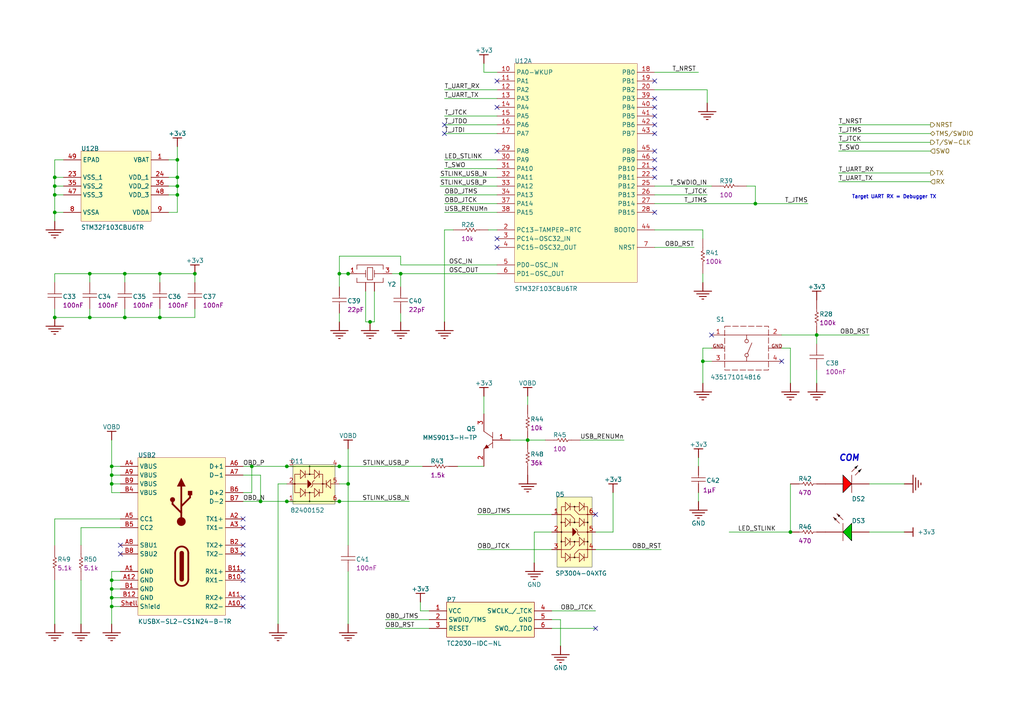
<source format=kicad_sch>
(kicad_sch (version 20250114) (generator "eeschema") (generator_version "9.0")
  (paper "User" 297.002 210.007)
  (title_block (title "On Board Debugger"))
  (text "COM" (at 243.205 133.985 0) (effects (font (size 1.778 1.778) (thickness 0.3556) (bold yes) (italic yes)) (justify left bottom)))
  (text "Target UART RX = Debugger TX" (at 247.015 57.785 0) (effects (font (size 1.016 1.016) (thickness 0.2032) (bold yes)) (justify left bottom)))
  (junction (at 32.385 137.795))
  (junction (at 15.875 61.595))
  (junction (at 219.075 59.055))
  (junction (at 229.235 154.305))
  (junction (at 83.185 135.255))
  (junction (at 56.515 79.375))
  (junction (at 51.435 51.435))
  (junction (at 83.185 145.415))
  (junction (at 98.425 79.375))
  (junction (at 36.195 79.375))
  (junction (at 153.035 127.635))
  (junction (at 26.035 79.375))
  (junction (at 51.435 53.975))
  (junction (at 26.035 92.075))
  (junction (at 32.385 170.815))
  (junction (at 32.385 140.335))
  (junction (at 203.835 104.775))
  (junction (at 15.875 53.975))
  (junction (at 116.205 79.375))
  (junction (at 46.355 79.375))
  (junction (at 51.435 46.355))
  (junction (at 98.425 135.255))
  (junction (at 100.965 79.375))
  (junction (at 46.355 92.075))
  (junction (at 107.315 93.345))
  (junction (at 15.875 56.515))
  (junction (at 51.435 56.515))
  (junction (at 15.875 51.435))
  (junction (at 32.385 135.255))
  (junction (at 32.385 168.275))
  (junction (at 15.875 92.075))
  (junction (at 75.565 145.415))
  (junction (at 100.965 140.335))
  (junction (at 32.385 173.355))
  (junction (at 73.025 135.255))
  (junction (at 36.195 92.075))
  (junction (at 32.385 175.895))
  (junction (at 98.425 145.415))
  (junction (at 236.855 97.155))
  (no_connect (at 189.865 23.495))
  (no_connect (at 70.485 165.735))
  (no_connect (at 172.72 149.225))
  (no_connect (at 226.695 104.775))
  (no_connect (at 189.865 51.435))
  (no_connect (at 189.865 38.735))
  (no_connect (at 34.925 158.115))
  (no_connect (at 206.375 97.155))
  (no_connect (at 144.145 23.495))
  (no_connect (at 144.145 31.115))
  (no_connect (at 70.485 153.035))
  (no_connect (at 144.145 71.755))
  (no_connect (at 70.485 173.355))
  (no_connect (at 189.865 48.895))
  (no_connect (at 70.485 158.115))
  (no_connect (at 70.485 168.275))
  (no_connect (at 189.865 46.355))
  (no_connect (at 70.485 150.495))
  (no_connect (at 34.925 160.655))
  (no_connect (at 189.865 61.595))
  (no_connect (at 189.865 36.195))
  (no_connect (at 144.145 43.815))
  (no_connect (at 70.485 175.895))
  (no_connect (at 172.72 182.245))
  (no_connect (at 189.865 43.815))
  (no_connect (at 128.905 36.195))
  (no_connect (at 70.485 160.655))
  (no_connect (at 144.145 69.215))
  (no_connect (at 128.905 38.735))
  (no_connect (at 189.865 31.115))
  (no_connect (at 189.865 28.575))
  (no_connect (at 189.865 33.655))
  (wire (pts (xy 116.205 93.345) (xy 116.205 90.805)))
  (wire (pts (xy 32.385 137.795) (xy 32.385 135.255)))
  (wire (pts (xy 154.94 154.305) (xy 160.02 154.305)))
  (wire (pts (xy 132.715 135.255) (xy 140.335 135.255)))
  (wire (pts (xy 162.56 187.325) (xy 162.56 179.705)))
  (wire (pts (xy 18.415 61.595) (xy 15.875 61.595)))
  (wire (pts (xy 26.035 89.535) (xy 26.035 92.075)))
  (wire (pts (xy 100.965 140.335) (xy 100.965 158.115)))
  (wire (pts (xy 32.385 175.895) (xy 32.385 173.355)))
  (wire (pts (xy 75.565 145.415) (xy 75.565 137.795)))
  (wire (pts (xy 243.205 41.275) (xy 269.875 41.275)))
  (wire (pts (xy 229.235 100.965) (xy 226.695 100.965)))
  (wire (pts (xy 15.875 56.515) (xy 15.875 61.595)))
  (wire (pts (xy 23.495 158.115) (xy 23.495 153.035)))
  (wire (pts (xy 121.92 177.165) (xy 121.92 174.625)))
  (wire (pts (xy 128.905 56.515) (xy 144.145 56.515)))
  (wire (pts (xy 73.025 142.875) (xy 73.025 135.255)))
  (wire (pts (xy 144.145 38.735) (xy 128.905 38.735)))
  (wire (pts (xy 144.145 33.655) (xy 128.905 33.655)))
  (wire (pts (xy 168.275 127.635) (xy 180.975 127.635)))
  (wire (pts (xy 98.425 145.415) (xy 118.745 145.415)))
  (wire (pts (xy 202.565 132.715) (xy 202.565 135.255)))
  (wire (pts (xy 32.385 168.275) (xy 32.385 165.735)))
  (wire (pts (xy 116.205 79.375) (xy 116.205 83.185)))
  (wire (pts (xy 100.965 130.175) (xy 100.965 140.335)))
  (wire (pts (xy 116.205 76.835) (xy 116.205 74.295)))
  (wire (pts (xy 226.695 97.155) (xy 236.855 97.155)))
  (wire (pts (xy 236.855 111.125) (xy 236.855 107.315)))
  (wire (pts (xy 243.205 43.815) (xy 269.875 43.815)))
  (wire (pts (xy 131.445 66.675) (xy 128.905 66.675)))
  (wire (pts (xy 73.025 135.255) (xy 83.185 135.255)))
  (wire (pts (xy 162.56 179.705) (xy 160.02 179.705)))
  (wire (pts (xy 206.375 53.975) (xy 189.865 53.975)))
  (wire (pts (xy 56.515 92.075) (xy 56.515 89.535)))
  (wire (pts (xy 15.875 53.975) (xy 15.875 56.515)))
  (wire (pts (xy 158.115 127.635) (xy 153.035 127.635)))
  (wire (pts (xy 23.495 168.275) (xy 23.495 180.975)))
  (wire (pts (xy 236.855 99.695) (xy 236.855 97.155)))
  (wire (pts (xy 26.035 79.375) (xy 36.195 79.375)))
  (wire (pts (xy 108.585 93.345) (xy 108.585 84.455)))
  (wire (pts (xy 34.925 173.355) (xy 32.385 173.355)))
  (wire (pts (xy 98.425 79.375) (xy 100.965 79.375)))
  (wire (pts (xy 26.035 92.075) (xy 15.875 92.075)))
  (wire (pts (xy 70.485 142.875) (xy 73.025 142.875)))
  (wire (pts (xy 15.875 150.495) (xy 34.925 150.495)))
  (wire (pts (xy 46.355 79.375) (xy 46.355 81.915)))
  (wire (pts (xy 128.905 28.575) (xy 144.145 28.575)))
  (wire (pts (xy 18.415 51.435) (xy 15.875 51.435)))
  (wire (pts (xy 153.035 127.635) (xy 147.955 127.635)))
  (wire (pts (xy 189.865 66.675) (xy 203.835 66.675)))
  (wire (pts (xy 75.565 137.795) (xy 70.485 137.795)))
  (wire (pts (xy 32.385 137.795) (xy 32.385 140.335)))
  (wire (pts (xy 32.385 173.355) (xy 32.385 170.815)))
  (wire (pts (xy 51.435 53.975) (xy 48.895 53.975)))
  (wire (pts (xy 51.435 56.515) (xy 51.435 61.595)))
  (wire (pts (xy 229.235 140.335) (xy 229.235 154.305)))
  (wire (pts (xy 172.72 182.245) (xy 160.02 182.245)))
  (wire (pts (xy 144.145 76.835) (xy 116.205 76.835)))
  (wire (pts (xy 140.335 20.955) (xy 144.145 20.955)))
  (wire (pts (xy 51.435 56.515) (xy 48.895 56.515)))
  (wire (pts (xy 202.565 145.415) (xy 202.565 142.875)))
  (wire (pts (xy 205.105 56.515) (xy 189.865 56.515)))
  (wire (pts (xy 219.075 59.055) (xy 219.075 53.975)))
  (wire (pts (xy 124.46 177.165) (xy 121.92 177.165)))
  (wire (pts (xy 56.515 81.915) (xy 56.515 79.375)))
  (wire (pts (xy 201.295 71.755) (xy 189.865 71.755)))
  (wire (pts (xy 98.425 135.255) (xy 122.555 135.255)))
  (wire (pts (xy 205.105 26.035) (xy 189.865 26.035)))
  (wire (pts (xy 73.025 135.255) (xy 70.485 135.255)))
  (wire (pts (xy 205.105 29.845) (xy 205.105 26.035)))
  (wire (pts (xy 15.875 168.275) (xy 15.875 180.975)))
  (wire (pts (xy 36.195 79.375) (xy 36.195 81.915)))
  (wire (pts (xy 219.075 53.975) (xy 216.535 53.975)))
  (wire (pts (xy 80.645 140.335) (xy 83.185 140.335)))
  (wire (pts (xy 98.425 74.295) (xy 98.425 79.375)))
  (wire (pts (xy 236.855 97.155) (xy 252.095 97.155)))
  (wire (pts (xy 127.635 53.975) (xy 144.145 53.975)))
  (wire (pts (xy 219.075 59.055) (xy 189.865 59.055)))
  (wire (pts (xy 269.875 50.165) (xy 243.205 50.165)))
  (wire (pts (xy 106.045 84.455) (xy 106.045 93.345)))
  (wire (pts (xy 138.43 159.385) (xy 160.02 159.385)))
  (wire (pts (xy 51.435 53.975) (xy 51.435 56.515)))
  (wire (pts (xy 51.435 46.355) (xy 51.435 42.545)))
  (wire (pts (xy 36.195 92.075) (xy 26.035 92.075)))
  (wire (pts (xy 46.355 92.075) (xy 56.515 92.075)))
  (wire (pts (xy 80.645 180.975) (xy 80.645 140.335)))
  (wire (pts (xy 140.335 114.935) (xy 140.335 120.015)))
  (wire (pts (xy 32.385 135.255) (xy 32.385 127.635)))
  (wire (pts (xy 46.355 92.075) (xy 36.195 92.075)))
  (wire (pts (xy 34.925 135.255) (xy 32.385 135.255)))
  (wire (pts (xy 102.235 79.375) (xy 100.965 79.375)))
  (wire (pts (xy 15.875 51.435) (xy 15.875 53.975)))
  (wire (pts (xy 32.385 165.735) (xy 34.925 165.735)))
  (wire (pts (xy 34.925 168.275) (xy 32.385 168.275)))
  (wire (pts (xy 111.76 182.245) (xy 124.46 182.245)))
  (wire (pts (xy 32.385 137.795) (xy 34.925 137.795)))
  (wire (pts (xy 15.875 46.355) (xy 18.415 46.355)))
  (wire (pts (xy 106.045 93.345) (xy 107.315 93.345)))
  (wire (pts (xy 203.835 81.915) (xy 203.835 79.375)))
  (wire (pts (xy 46.355 89.535) (xy 46.355 92.075)))
  (wire (pts (xy 15.875 92.075) (xy 15.875 89.535)))
  (wire (pts (xy 15.875 79.375) (xy 26.035 79.375)))
  (wire (pts (xy 100.965 180.975) (xy 100.965 165.735)))
  (wire (pts (xy 144.145 66.675) (xy 141.605 66.675)))
  (wire (pts (xy 26.035 79.375) (xy 26.035 81.915)))
  (wire (pts (xy 269.875 38.735) (xy 243.205 38.735)))
  (wire (pts (xy 172.72 177.165) (xy 160.02 177.165)))
  (wire (pts (xy 234.315 59.055) (xy 219.075 59.055)))
  (wire (pts (xy 202.565 20.955) (xy 189.865 20.955)))
  (wire (pts (xy 243.205 36.195) (xy 269.875 36.195)))
  (wire (pts (xy 203.835 104.775) (xy 206.375 104.775)))
  (wire (pts (xy 107.315 93.345) (xy 108.585 93.345)))
  (wire (pts (xy 116.205 79.375) (xy 113.665 79.375)))
  (wire (pts (xy 32.385 170.815) (xy 34.925 170.815)))
  (wire (pts (xy 75.565 145.415) (xy 83.185 145.415)))
  (wire (pts (xy 32.385 170.815) (xy 32.385 168.275)))
  (wire (pts (xy 32.385 180.975) (xy 32.385 175.895)))
  (wire (pts (xy 128.905 66.675) (xy 128.905 93.345)))
  (wire (pts (xy 128.905 59.055) (xy 144.145 59.055)))
  (wire (pts (xy 262.255 154.305) (xy 252.095 154.305)))
  (wire (pts (xy 229.235 111.125) (xy 229.235 100.965)))
  (wire (pts (xy 32.385 140.335) (xy 32.385 142.875)))
  (wire (pts (xy 23.495 153.035) (xy 34.925 153.035)))
  (wire (pts (xy 124.46 179.705) (xy 111.76 179.705)))
  (wire (pts (xy 144.145 36.195) (xy 128.905 36.195)))
  (wire (pts (xy 98.425 93.345) (xy 98.425 90.805)))
  (wire (pts (xy 128.905 46.355) (xy 144.145 46.355)))
  (wire (pts (xy 15.875 61.595) (xy 15.875 64.135)))
  (wire (pts (xy 34.925 140.335) (xy 32.385 140.335)))
  (wire (pts (xy 48.895 46.355) (xy 51.435 46.355)))
  (wire (pts (xy 51.435 61.595) (xy 48.895 61.595)))
  (wire (pts (xy 160.02 149.225) (xy 138.43 149.225)))
  (wire (pts (xy 51.435 51.435) (xy 48.895 51.435)))
  (wire (pts (xy 98.425 140.335) (xy 100.965 140.335)))
  (wire (pts (xy 98.425 79.375) (xy 98.425 83.185)))
  (wire (pts (xy 51.435 46.355) (xy 51.435 51.435)))
  (wire (pts (xy 83.185 145.415) (xy 98.425 145.415)))
  (wire (pts (xy 32.385 175.895) (xy 34.925 175.895)))
  (wire (pts (xy 15.875 81.915) (xy 15.875 79.375)))
  (wire (pts (xy 154.94 163.195) (xy 154.94 154.305)))
  (wire (pts (xy 262.255 140.335) (xy 252.095 140.335)))
  (wire (pts (xy 203.835 66.675) (xy 203.835 69.215)))
  (wire (pts (xy 203.835 104.775) (xy 203.835 100.965)))
  (wire (pts (xy 15.875 158.115) (xy 15.875 150.495)))
  (wire (pts (xy 144.145 48.895) (xy 128.905 48.895)))
  (wire (pts (xy 203.835 104.775) (xy 203.835 111.125)))
  (wire (pts (xy 18.415 53.975) (xy 15.875 53.975)))
  (wire (pts (xy 243.205 52.705) (xy 269.875 52.705)))
  (wire (pts (xy 127.635 51.435) (xy 144.145 51.435)))
  (wire (pts (xy 128.905 26.035) (xy 144.145 26.035)))
  (wire (pts (xy 51.435 51.435) (xy 51.435 53.975)))
  (wire (pts (xy 128.905 61.595) (xy 144.145 61.595)))
  (wire (pts (xy 191.77 159.385) (xy 172.72 159.385)))
  (wire (pts (xy 116.205 74.295) (xy 98.425 74.295)))
  (wire (pts (xy 153.035 114.935) (xy 153.035 117.475)))
  (wire (pts (xy 18.415 56.515) (xy 15.875 56.515)))
  (wire (pts (xy 203.835 100.965) (xy 206.375 100.965)))
  (wire (pts (xy 140.335 18.415) (xy 140.335 20.955)))
  (wire (pts (xy 32.385 142.875) (xy 34.925 142.875)))
  (wire (pts (xy 46.355 79.375) (xy 56.515 79.375)))
  (wire (pts (xy 98.425 135.255) (xy 83.185 135.255)))
  (wire (pts (xy 144.145 79.375) (xy 116.205 79.375)))
  (wire (pts (xy 70.485 145.415) (xy 75.565 145.415)))
  (wire (pts (xy 36.195 79.375) (xy 46.355 79.375)))
  (wire (pts (xy 36.195 89.535) (xy 36.195 92.075)))
  (wire (pts (xy 172.72 154.305) (xy 177.8 154.305)))
  (wire (pts (xy 229.235 154.305) (xy 211.455 154.305)))
  (wire (pts (xy 177.8 154.305) (xy 177.8 142.875)))
  (wire (pts (xy 15.875 51.435) (xy 15.875 46.355)))
  (label "USB_RENUMn" (at 168.275 127.635 0))
  (label "OBD_RST" (at 111.76 182.245 0))
  (label "T_JTDI" (at 128.905 38.735 0))
  (label "OBD_JTMS" (at 111.76 179.705 0))
  (label "OBD_JTCK" (at 128.905 59.055 0))
  (label "STLINK_USB_P" (at 127.635 53.975 0))
  (label "T_UART_TX" (at 243.205 52.705 0))
  (label "OBD_RST" (at 201.295 71.755 180))
  (label "OBD_JTMS" (at 128.905 56.515 0))
  (label "T_JTMS" (at 205.105 59.055 180))
  (label "T_NRST" (at 243.205 36.195 0))
  (label "T_SWO" (at 128.905 48.895 0))
  (label "T_JTCK" (at 243.205 41.275 0))
  (label "T_JTMS" (at 234.315 59.055 180))
  (label "T_JTDO" (at 128.905 36.195 0))
  (label "STLINK_USB_N" (at 127.635 51.435 0))
  (label "T_JTCK" (at 128.905 33.655 0))
  (label "OBD_JTMS" (at 138.43 149.225 0))
  (label "T_UART_TX" (at 128.905 28.575 0))
  (label "STLINK_USB_N" (at 118.745 145.415 180))
  (label "USB_RENUMn" (at 128.905 61.595 0))
  (label "OBD_N" (at 70.485 145.415 0))
  (label "OBD_RST" (at 191.77 159.385 180))
  (label "T_JTCK" (at 205.105 56.515 180))
  (label "T_UART_RX" (at 243.205 50.165 0))
  (label "OBD_RST" (at 252.095 97.155 180))
  (label "OSC_IN" (at 130.175 76.835 0))
  (label "STLINK_USB_P" (at 118.745 135.255 180))
  (label "LED_STLINK" (at 128.905 46.355 0))
  (label "T_UART_RX" (at 128.905 26.035 0))
  (label "OBD_P" (at 70.485 135.255 0))
  (label "OBD_JTCK" (at 138.43 159.385 0))
  (label "OSC_OUT" (at 130.175 79.375 0))
  (label "LED_STLINK" (at 213.995 154.305 0))
  (label "T_SWDIO_IN" (at 205.105 53.975 180))
  (label "T_JTMS" (at 243.205 38.735 0))
  (label "T_NRST" (at 194.945 20.955 0))
  (label "T_SWO" (at 243.205 43.815 0))
  (label "OBD_JTCK" (at 162.56 177.165 0))
  (hierarchical_label "T/SW-CLK" (shape output) (at 269.875 41.275 0))
  (hierarchical_label "TX" (shape output) (at 269.875 50.165 0))
  (hierarchical_label "RX" (shape input) (at 269.875 52.705 0))
  (hierarchical_label "NRST" (shape output) (at 269.875 36.195 0))
  (hierarchical_label "SWO" (shape input) (at 269.875 43.815 0))
  (hierarchical_label "TMS/SWDIO" (shape bidirectional) (at 269.875 38.735 0))
  (symbol (lib_id "ARDEP2_Mainboard:+3v3_BAR") (at 51.435 42.545 180) (unit 1)
    (property "Reference" "#PWR0116" (effects (hide yes)))
    (property "Value" "+3v3" (at 51.435 38.735 0))
  )
  (symbol (lib_id "ARDEP2_Mainboard:DEBUG_0_mirrored_ONSC-NPN-B1E2C3-3_Frickly Systems GmbH") (at 142.875 125.095 0) (unit 1)
    (property "Reference" "Q5" (at 135.255 125.095 0) (effects (justify left bottom)))
    (property "Value" "MMS9013-H-TP" (at 122.555 127.635 0) (effects (justify left bottom)))
    (property "Footprint" "SOT23-3_JB" (effects (hide yes)))
    (property "Description" "Small Signal Bipolar Transistor, 0.5A I(C), 25V V(BR)CEO, 1-Element, NPN, Silicon" (effects (hide yes)))
    (property "PINS" "3" (effects (hide yes)))
    (property "MAX OPERATING TEMPERATURE" "150°C" (effects (hide yes)))
    (property "MIN OPERATING TEMPERATURE" "-55°C" (effects (hide yes)))
    (property "CASE/PACKAGE" "SOT-23" (effects (hide yes)))
    (property "MOUNTING TECHNOLOGY" "SMD" (effects (hide yes)))
    (property "ROHS COMPLIANT" "True" (effects (hide yes)))
    (property "SCHEDULE B" "8541210080, 8541210080" (effects (hide yes)))
    (property "LIFECYCLE STATUS" "Production" (effects (hide yes)))
    (property "COLLECTOR EMITTER VOLTAGE (VCEO)" "25V" (effects (hide yes)))
    (property "NUMBER OF ELEMENTS" "1" (effects (hide yes)))
    (property "NUMBER OF TERMINALS" "3" (effects (hide yes)))
    (property "ROHS" "Compliant" (effects (hide yes)))
    (property "HFE MIN" "200" (effects (hide yes)))
    (property "TRANSITION FREQUENCY" "150MHz" (effects (hide yes)))
    (property "MAX POWER DISSIPATION" "300mW" (effects (hide yes)))
    (property "CHINA ROHS" "Compliant" (effects (hide yes)))
    (property "REACH SVHC" "Yes" (effects (hide yes)))
    (property "MAX COLLECTOR CURRENT" "500mA" (effects (hide yes)))
  )
  (symbol (lib_id "ARDEP2_Mainboard:GND_POWER_GROUND") (at 262.255 140.335 90) (unit 1)
    (property "Reference" "#PWR0141" (effects (hide yes)))
    (property "Value" "GND" (effects (hide yes)))
  )
  (symbol (lib_id "ARDEP2_Mainboard:GND_POWER_GROUND") (at 32.385 180.975 0) (unit 1)
    (property "Reference" "#PWR0115" (effects (hide yes)))
    (property "Value" "GND" (effects (hide yes)))
  )
  (symbol (lib_name "DEBUG_1_Capacitor_Frickly Systems GmbH_1") (lib_id "ARDEP2_Mainboard:DEBUG_1_Capacitor_Frickly Systems GmbH_1") (at 202.565 142.875 0) (unit 1)
    (property "Reference" "C42" (at 204.851 140.081 0) (effects (justify left bottom)))
    (property "Value" "C-1uF-10%-50V-0603-X5R" (effects (hide yes)))
    (property "Footprint" "C_0603_JB" (effects (hide yes)))
    (property "Description" "Ceramic Capacitor, Multilayer, Ceramic, 50V, 10% +Tol, 10% -Tol, X5R, 15% TC, 1uF, Surface Mount, 0603" (effects (hide yes)))
    (property "CASE/PACKAGE" "0603" (effects (hide yes)))
    (property "MAX OPERATING TEMPERATURE" "85°C" (effects (hide yes)))
    (property "TOLERANCE" "10%" (effects (hide yes)))
    (property "MIN OPERATING TEMPERATURE" "-55°C" (effects (hide yes)))
    (property "TO BE CHECKED" "Yes, Part choices" (effects (hide yes)))
    (property "MOUNT" "Surface Mount" (effects (hide yes)))
    (property "CAPACITANCE" "1µF" (at 203.835 142.875 0) (effects (justify left bottom)))
    (property "TEMPERATURE CHARACTERISTICS CODE" "X5R" (effects (hide yes)))
    (property "RATED DC VOLTAGE (URDC)" "50V" (effects (hide yes)))
    (property "DIELECTRIC MATERIAL" "Ceramic" (effects (hide yes)))
  )
  (symbol (lib_id "ARDEP2_Mainboard:GND_POWER_GROUND") (at 128.905 93.345 0) (unit 1)
    (property "Reference" "#PWR0124" (effects (hide yes)))
    (property "Value" "GND" (effects (hide yes)))
  )
  (symbol (lib_name "DEBUG_1_Resistor_Frickly Systems GmbH_2") (lib_id "ARDEP2_Mainboard:DEBUG_1_Resistor_Frickly Systems GmbH_2") (at 153.035 135.255 0) (unit 1)
    (property "Reference" "R48" (at 153.797 132.461 0) (effects (justify left bottom)))
    (property "Value" "Resistor 36k +/-1% 0603 100mW" (effects (hide yes)))
    (property "Footprint" "R_0603_JB" (effects (hide yes)))
    (property "Description" "Chip Resistor, 36 KOhm, +/-1%, 0.1 W, -55 to 155 degC, 0603 (1608 Metric)" (effects (hide yes)))
    (property "ROHS COMPLIANT" "Yes" (effects (hide yes)))
    (property "VOLTAGE RATING" "75V" (effects (hide yes)))
    (property "CASE/PACKAGE" "0603" (effects (hide yes)))
    (property "MAX OPERATING TEMPERATURE" "155°C" (effects (hide yes)))
    (property "MIN OPERATING TEMPERATURE" "-55°C" (effects (hide yes)))
    (property "ALTIUM_VALUE" "36k" (at 153.797 135.001 0) (effects (justify left bottom)))
    (property "POWER" "100mW" (effects (hide yes)))
    (property "PINS" "2" (effects (hide yes)))
    (property "TOLERANCE" "1%" (effects (hide yes)))
    (property "MOUNTING TECHNOLOGY" "Surface Mount" (effects (hide yes)))
  )
  (symbol (lib_id "ARDEP2_Mainboard:GND_POWER_GROUND") (at 116.205 93.345 0) (unit 1)
    (property "Reference" "#PWR0123" (effects (hide yes)))
    (property "Value" "GND" (effects (hide yes)))
  )
  (symbol (lib_id "ARDEP2_Mainboard:GND_POWER_GROUND") (at 153.035 137.795 0) (unit 1)
    (property "Reference" "#PWR0129" (effects (hide yes)))
    (property "Value" "GND" (effects (hide yes)))
  )
  (symbol (lib_id "ARDEP2_Mainboard:GND_POWER_GROUND") (at 100.965 180.975 0) (unit 1)
    (property "Reference" "#PWR0121" (effects (hide yes)))
    (property "Value" "GND" (effects (hide yes)))
  )
  (symbol (lib_id "ARDEP2_Mainboard:DEBUG_0_4CH-ESD-Clamp_Frickly Systems GmbH") (at 167.64 154.305 0) (unit 1)
    (property "Reference" "D5" (at 161.036 144.145 0) (effects (justify left bottom)))
    (property "Value" "SP3004-04XTG" (at 161.036 167.005 0) (effects (justify left bottom)))
    (property "Footprint" "SOT-563" (effects (hide yes)))
    (property "Description" "Trans Voltage Suppressor Diode, 6V V(RWM), Unidirectional, 1 Element, Silicon, MO-223" (effects (hide yes)))
    (property "SURFACE MOUNT" "Yes" (effects (hide yes)))
    (property "PEAK INVERSE VOLTAGE" "6V" (effects (hide yes)))
    (property "TERMINAL FORM" "Flat" (effects (hide yes)))
    (property "MOUNTING TECHNOLOGY" "SMD" (effects (hide yes)))
    (property "PACKAGE BODY MATERIAL" "Plastic" (effects (hide yes)))
    (property "PINS" "6" (effects (hide yes)))
    (property "PACKAGE SHAPE" "Rectangular" (effects (hide yes)))
    (property "TERMINAL POSITION" "DUAL" (effects (hide yes)))
    (property "ROHS COMPLIANT" "Yes" (effects (hide yes)))
    (property "REP PK REVERSE VOLTAGE-MAX" "6V" (effects (hide yes)))
    (property "PACKAGE STYLE" "SMALL OUTLINEMeter" (effects (hide yes)))
    (property "QUALIFICATION STATUS" "Not Qualified" (effects (hide yes)))
    (property "DIODE TYPE" "TRANS VOLTAGE SUPPRESSOR" (effects (hide yes)))
    (property "JESD-30 CODE" "R-PDSO-F6" (effects (hide yes)))
    (property "MAX SURGE CURRENT" "4A" (effects (hide yes)))
    (property "NUMBER OF ELEMENTS" "1" (effects (hide yes)))
    (property "DIODE ELEMENT MATERIAL" "SILICON" (effects (hide yes)))
    (property "REACH SVHC COMPLIANT" "Yes" (effects (hide yes)))
    (property "MAX OPERATING TEMPERATURE" "150°C" (effects (hide yes)))
    (property "POLARITY" "Unidirectional" (effects (hide yes)))
    (property "TECHNOLOGY" "AVALANCHE" (effects (hide yes)))
    (property "CLAMPING VOLTAGE-MAX" "11.8V" (effects (hide yes)))
    (property "JESD-609 CODE" "e3" (effects (hide yes)))
    (property "TERMINAL FINISH" "Tin" (effects (hide yes)))
  )
  (symbol (lib_id "ARDEP2_Mainboard:DEBUG_0_LED-GREEN-AK-2_Frickly Systems GmbH") (at 244.475 154.305 0) (unit 1)
    (property "Reference" "DS3" (at 247.015 151.765 0) (effects (justify left bottom)))
    (property "Value" "HSMG-C190" (effects (hide yes)))
    (property "Footprint" "LED_0603_JB" (effects (hide yes)))
    (property "Description" "LED Uni-Color Green, 52 mW, 20 mA, -40 to 85 degC, 2-Pin SMD, RoHS, Tape and Reel" (effects (hide yes)))
    (property "NOMINAL VF" "2.2V" (effects (hide yes)))
    (property "PACKAGE REFERENCE" "HSMX-C190" (effects (hide yes)))
    (property "PACKAGING" "TapeandReel" (effects (hide yes)))
    (property "ILLUMINATION COLOUR" "Green" (effects (hide yes)))
    (property "COLOUR" "Green" (effects (hide yes)))
    (property "LUMINOUS INTENSITY" "15mcd" (effects (hide yes)))
    (property "MAX OPERATING TEMPERATURE" "85°C" (effects (hide yes)))
    (property "VIEWING ANGLE" "170degrees" (effects (hide yes)))
    (property "FORWARD VOLTAGE" "2.2V" (effects (hide yes)))
    (property "LENS STYLE" "Diffused" (effects (hide yes)))
    (property "FORWARD CURRENT" "20mA" (effects (hide yes)))
    (property "MIN OPERATING TEMPERATURE" "-40°C" (effects (hide yes)))
    (property "MANUFACTURER URL" "http://www.avagotech.com/" (effects (hide yes)))
    (property "MOUNTING TECHNOLOGY" "SM" (effects (hide yes)))
    (property "DATASHEET VERSION" "Mar-12" (effects (hide yes)))
    (property "DATASHEET URL" "http://docs.avagotech.com/docs/AV02-0551EN" (effects (hide yes)))
    (property "MANUFACTURER" "Avago" (effects (hide yes)))
    (property "PACKAGE QUANTITY" "4000" (effects (hide yes)))
    (property "CASE/PACKAGE" "0603" (effects (hide yes)))
    (property "ROHS COMPLIANT" "True" (effects (hide yes)))
    (property "POWER" "52mW" (effects (hide yes)))
    (property "PACKAGE DESCRIPTION" "2-Pin Surface Mount Device, Body 1.6 x 0.8 mm, Height 0.9 mm" (effects (hide yes)))
    (property "PINS" "2" (effects (hide yes)))
  )
  (symbol (lib_id "ARDEP2_Mainboard:+3v3_BAR") (at 121.92 174.625 180) (unit 1)
    (property "Reference" "#PWR0125" (effects (hide yes)))
    (property "Value" "+3v3" (at 121.92 170.815 0))
  )
  (symbol (lib_id "ARDEP2_Mainboard:GND_POWER_GROUND") (at 203.835 81.915 0) (unit 1)
    (property "Reference" "#PWR0135" (effects (hide yes)))
    (property "Value" "GND" (effects (hide yes)))
  )
  (symbol (lib_id "ARDEP2_Mainboard:GND_POWER_GROUND") (at 15.875 92.075 0) (unit 1)
    (property "Reference" "#PWR0111" (effects (hide yes)))
    (property "Value" "GND" (effects (hide yes)))
  )
  (symbol (lib_name "DEBUG_0_Resistor_Frickly Systems GmbH_1") (lib_id "ARDEP2_Mainboard:DEBUG_0_Resistor_Frickly Systems GmbH_1") (at 160.655 127.635 0) (unit 1)
    (property "Reference" "R45" (at 160.401 126.873 0) (effects (justify left bottom)))
    (property "Value" "Resistor 100R +/-5 % 0603 0.1 W" (effects (hide yes)))
    (property "Footprint" "R_0603_JB" (effects (hide yes)))
    (property "Description" "Chip Resistor, 100 Ohms, +/-5 %, 0.1 W, -55 to 155 degC, 0603" (effects (hide yes)))
    (property "ALTIUM_VALUE" "100" (at 160.401 130.937 0) (effects (justify left bottom)))
    (property "TOLERANCE" "5%" (effects (hide yes)))
    (property "CASE/PACKAGE" "0603" (effects (hide yes)))
    (property "PINS" "2" (effects (hide yes)))
    (property "MIN OPERATING TEMPERATURE" "-55°C" (effects (hide yes)))
    (property "ROHS COMPLIANT" "Yes" (effects (hide yes)))
    (property "MAX OPERATING TEMPERATURE" "155°C" (effects (hide yes)))
    (property "POWER" "100mW" (effects (hide yes)))
    (property "MOUNTING TECHNOLOGY" "Surface Mount" (effects (hide yes)))
  )
  (symbol (lib_id "ARDEP2_Mainboard:GND_POWER_GROUND") (at 154.94 163.195 0) (unit 1)
    (property "Reference" "#PWR0130" (effects (hide yes)))
    (property "Value" "GND" (at 154.94 169.545 0))
  )
  (symbol (lib_id "ARDEP2_Mainboard:GND_POWER_GROUND") (at 107.315 93.345 0) (unit 1)
    (property "Reference" "#PWR0122" (effects (hide yes)))
    (property "Value" "GND" (effects (hide yes)))
  )
  (symbol (lib_id "ARDEP2_Mainboard:VOBD_BAR") (at 153.035 114.935 180) (unit 1)
    (property "Reference" "#PWR0128" (effects (hide yes)))
    (property "Value" "VOBD" (at 153.035 111.125 0))
  )
  (symbol (lib_id "ARDEP2_Mainboard:GND_POWER_GROUND") (at 205.105 29.845 0) (unit 1)
    (property "Reference" "#PWR0137" (effects (hide yes)))
    (property "Value" "GND" (effects (hide yes)))
  )
  (symbol (lib_id "ARDEP2_Mainboard:VOBD_BAR") (at 32.385 127.635 180) (unit 1)
    (property "Reference" "#PWR0114" (effects (hide yes)))
    (property "Value" "VOBD" (at 32.385 123.825 0))
  )
  (symbol (lib_id "ARDEP2_Mainboard:+3v3_BAR") (at 262.255 154.305 90) (unit 1)
    (property "Reference" "#PWR0142" (effects (hide yes)))
    (property "Value" "+3v3" (at 266.065 154.305 90) (effects (justify right)))
  )
  (symbol (lib_id "ARDEP2_Mainboard:DEBUG_2_Resistor_Frickly Systems GmbH") (at 139.065 66.675 0) (unit 1)
    (property "Reference" "R26" (at 133.731 65.913 0) (effects (justify left bottom)))
    (property "Value" "Resistor 10k +/-1% 0603 100mW" (effects (hide yes)))
    (property "Footprint" "R_0603_JB" (effects (hide yes)))
    (property "Description" "Chip Resistor, 10 KOhm, +/-1%, 0.1 W, -55 to 155 degC, 0603 (1608 Metric)" (effects (hide yes)))
    (property "ALTIUM_VALUE" "10k" (at 133.731 69.977 0) (effects (justify left bottom)))
    (property "MAX OPERATING TEMPERATURE" "155°C" (effects (hide yes)))
    (property "ROHS COMPLIANT" "Yes" (effects (hide yes)))
    (property "TOLERANCE" "1%" (effects (hide yes)))
    (property "PINS" "2" (effects (hide yes)))
    (property "POWER" "100mW" (effects (hide yes)))
    (property "MIN OPERATING TEMPERATURE" "-55°C" (effects (hide yes)))
    (property "MOUNTING TECHNOLOGY" "Surface Mount" (effects (hide yes)))
    (property "CASE/PACKAGE" "0603" (effects (hide yes)))
    (property "VOLTAGE RATING" "75V" (effects (hide yes)))
  )
  (symbol (lib_id "ARDEP2_Mainboard:GND_POWER_GROUND") (at 80.645 180.975 0) (unit 1)
    (property "Reference" "#PWR0118" (effects (hide yes)))
    (property "Value" "GND" (effects (hide yes)))
  )
  (symbol (lib_id "ARDEP2_Mainboard:GND_POWER_GROUND") (at 15.875 64.135 0) (unit 1)
    (property "Reference" "#PWR0110" (effects (hide yes)))
    (property "Value" "GND" (effects (hide yes)))
  )
  (symbol (lib_id "ARDEP2_Mainboard:DEBUG_1_Capacitor_Frickly Systems GmbH") (at 26.035 89.535 0) (unit 1)
    (property "Reference" "C34" (at 28.321 86.741 0) (effects (justify left bottom)))
    (property "Value" "C-100nF-5%-50V-0603-X7R" (effects (hide yes)))
    (property "Footprint" "C_0603_JB" (effects (hide yes)))
    (property "Description" "Ceramic Capacitor, Multilayer, Ceramic, 50V, 5% +Tol, 5% -Tol, X7R, 15% TC, 0.1uF, Surface Mount, 0603" (effects (hide yes)))
    (property "DIELECTRIC MATERIAL" "Ceramic" (effects (hide yes)))
    (property "MAX OPERATING TEMPERATURE" "125°C" (effects (hide yes)))
    (property "TEMPERATURE CHARACTERISTICS CODE" "X7R" (effects (hide yes)))
    (property "MIN OPERATING TEMPERATURE" "-55°C" (effects (hide yes)))
    (property "MOUNT" "Surface Mount" (effects (hide yes)))
    (property "RATED DC VOLTAGE (URDC)" "50V" (effects (hide yes)))
    (property "TOLERANCE" "15%" (effects (hide yes)))
    (property "CAPACITANCE" "100nF" (at 28.321 89.281 0) (effects (justify left bottom)))
    (property "CASE/PACKAGE" "0603" (effects (hide yes)))
  )
  (symbol (lib_id "ARDEP2_Mainboard:GND_POWER_GROUND") (at 202.565 145.415 0) (unit 1)
    (property "Reference" "#PWR0134" (effects (hide yes)))
    (property "Value" "GND" (at 202.565 151.765 0))
  )
  (symbol (lib_id "ARDEP2_Mainboard:GND_POWER_GROUND") (at 229.235 111.125 0) (unit 1)
    (property "Reference" "#PWR0138" (effects (hide yes)))
    (property "Value" "GND" (effects (hide yes)))
  )
  (symbol (lib_id "ARDEP2_Mainboard:+3v3_BAR") (at 177.8 142.875 180) (unit 1)
    (property "Reference" "#PWR0132" (effects (hide yes)))
    (property "Value" "+3v3" (at 177.8 139.065 0))
  )
  (symbol (lib_id "ARDEP2_Mainboard:+3v3_BAR") (at 140.335 114.935 180) (unit 1)
    (property "Reference" "#PWR0127" (effects (hide yes)))
    (property "Value" "+3v3" (at 140.335 111.125 0))
  )
  (symbol (lib_id "ARDEP2_Mainboard:DEBUG_0_USB-C-24-Pin_Frickly Systems GmbH") (at 52.705 155.575 0) (unit 1)
    (property "Reference" "USB2" (at 40.005 132.715 0) (effects (justify left bottom)))
    (property "Value" "KUSBX-SL2-CS1N24-B-TR" (at 40.005 180.975 0) (effects (justify left bottom)))
    (property "Footprint" "KUSBX-SL2-CS1N24-B-TR" (effects (hide yes)))
    (property "Description" "USB Connector, 24 Contact(s), Female, Right Angle, Surface Mount Terminal, Locking, Receptacle" (effects (hide yes)))
    (property "PINS" "24" (effects (hide yes)))
    (property "NUMBER OF PORTS" "1" (effects (hide yes)))
    (property "MOUNTING TECHNOLOGY" "SMD" (effects (hide yes)))
    (property "NUMBER OF ROWS" "2" (effects (hide yes)))
    (property "LIFECYCLE STATUS" "Production" (effects (hide yes)))
    (property "CONTACT MATERIAL" "Gold, Nickel" (effects (hide yes)))
    (property "SHELL FINISH" "Nickel" (effects (hide yes)))
    (property "ROHS" "Compliant" (effects (hide yes)))
    (property "SHELL MATERIAL" "Stainless Steel" (effects (hide yes)))
    (property "REACH SVHC" "Yes" (effects (hide yes)))
    (property "HEIGHT" "10.08mm" (effects (hide yes)))
    (property "TERMINAL PITCH" "500µm" (effects (hide yes)))
    (property "ROW SPACING" "2.275mm" (effects (hide yes)))
    (property "OPERATING FORCE" "20N" (effects (hide yes)))
    (property "INSULATION RESISTANCE" "100MΩ" (effects (hide yes)))
    (property "CONTACT RESISTANCE" "40mΩ" (effects (hide yes)))
    (property "CURRENT RATING" "5A" (effects (hide yes)))
    (property "GENDER" "Female" (effects (hide yes)))
    (property "MAX OPERATING TEMPERATURE" "85°C" (effects (hide yes)))
    (property "MIN OPERATING TEMPERATURE" "-40°C" (effects (hide yes)))
    (property "NUMBER OF CONTACTS" "24" (effects (hide yes)))
    (property "CONTACT GENDER" "Female" (effects (hide yes)))
    (property "VOLTAGE RATING" "20V" (effects (hide yes)))
    (property "CONNECTOR TYPE" "USB C" (effects (hide yes)))
  )
  (symbol (lib_id "ARDEP2_Mainboard:DEBUG_0_XTAL_JB_Frickly Systems GmbH") (at 103.505 76.835 0) (unit 1)
    (property "Reference" "Y2" (at 112.395 83.185 0) (effects (justify left bottom)))
    (property "Value" "830108313809" (effects (hide yes)))
    (property "Footprint" "WE-XTAL_CFPX-180" (effects (hide yes)))
    (property "Description" "Parallel - Fundamental Quartz Crystal, 8MHz Nom" (effects (hide yes)))
    (property "MIN OPERATING TEMPERATURE" "-40°C" (effects (hide yes)))
    (property "CASE/PACKAGE" "CFPX-180" (effects (hide yes)))
    (property "PINS" "4" (effects (hide yes)))
    (property "ROHS COMPLIANT" "Yes" (effects (hide yes)))
    (property "LOAD CAPACITANCE" "12pF" (effects (hide yes)))
    (property "ESR" "500" (effects (hide yes)))
    (property "MAX OPERATING TEMPERATURE" "85°C" (effects (hide yes)))
    (property "FREQUENCY" "8MHz" (effects (hide yes)))
    (property "MOUNTING TECHNOLOGY" "SMD" (effects (hide yes)))
  )
  (symbol (lib_id "ARDEP2_Mainboard:DEBUG_1_Capacitor_Frickly Systems GmbH") (at 236.855 107.315 0) (unit 1)
    (property "Reference" "C38" (at 239.395 106.045 0) (effects (justify left bottom)))
    (property "Value" "C-100nF-5%-50V-0603-X7R" (effects (hide yes)))
    (property "Footprint" "C_0603_JB" (effects (hide yes)))
    (property "Description" "Ceramic Capacitor, Multilayer, Ceramic, 50V, 5% +Tol, 5% -Tol, X7R, 15% TC, 0.1uF, Surface Mount, 0603" (effects (hide yes)))
    (property "DIELECTRIC MATERIAL" "Ceramic" (effects (hide yes)))
    (property "MAX OPERATING TEMPERATURE" "125°C" (effects (hide yes)))
    (property "TEMPERATURE CHARACTERISTICS CODE" "X7R" (effects (hide yes)))
    (property "MIN OPERATING TEMPERATURE" "-55°C" (effects (hide yes)))
    (property "MOUNT" "Surface Mount" (effects (hide yes)))
    (property "RATED DC VOLTAGE (URDC)" "50V" (effects (hide yes)))
    (property "TOLERANCE" "15%" (effects (hide yes)))
    (property "CAPACITANCE" "100nF" (at 239.395 108.585 0) (effects (justify left bottom)))
    (property "CASE/PACKAGE" "0603" (effects (hide yes)))
  )
  (symbol (lib_id "ARDEP2_Mainboard:GND_POWER_GROUND") (at 203.835 111.125 0) (unit 1)
    (property "Reference" "#PWR0136" (effects (hide yes)))
    (property "Value" "GND" (effects (hide yes)))
  )
  (symbol (lib_id "ARDEP2_Mainboard:+3v3_BAR") (at 236.855 86.995 180) (unit 1)
    (property "Reference" "#PWR0139" (effects (hide yes)))
    (property "Value" "+3v3" (at 236.855 83.185 0))
  )
  (symbol (lib_id "ARDEP2_Mainboard:GND_POWER_GROUND") (at 15.875 180.975 0) (unit 1)
    (property "Reference" "#PWR0112" (effects (hide yes)))
    (property "Value" "GND" (effects (hide yes)))
  )
  (symbol (lib_id "ARDEP2_Mainboard:GND_POWER_GROUND") (at 162.56 187.325 0) (unit 1)
    (property "Reference" "#PWR0131" (effects (hide yes)))
    (property "Value" "GND" (at 162.56 193.675 0))
  )
  (symbol (lib_id "ARDEP2_Mainboard:GND_POWER_GROUND") (at 23.495 180.975 0) (unit 1)
    (property "Reference" "#PWR0113" (effects (hide yes)))
    (property "Value" "GND" (effects (hide yes)))
  )
  (symbol (lib_id "ARDEP2_Mainboard:+3v3_BAR") (at 56.515 79.375 180) (unit 1)
    (property "Reference" "#PWR0117" (effects (hide yes)))
    (property "Value" "+3v3" (at 56.515 75.565 0))
  )
  (symbol (lib_id "ARDEP2_Mainboard:DEBUG_0_mirrored_LED-RED-AK-2_Frickly Systems GmbH") (at 247.015 140.335 0) (unit 1)
    (property "Reference" "DS2" (at 247.015 145.415 0) (effects (justify left bottom)))
    (property "Value" "19-217/R6C-AL1M2VY/3T" (effects (hide yes)))
    (property "Footprint" "LED_0603_JB" (effects (hide yes)))
    (property "Description" "Chip LED, Red, 5 V, 25 mA, -40 to 85 degC, 2-Pin SMD (0603), RoHS, Tape and Reel" (effects (hide yes)))
    (property "LENS STYLE" "Clear" (effects (hide yes)))
    (property "COLOUR" "Red" (effects (hide yes)))
    (property "FORWARD VOLTAGE" "2.2V" (effects (hide yes)))
    (property "DATASHEET URL" "https://datasheet.ciiva.com/4688/el-19-217-r6c-al1m2vy-3tpdf-187026-4688713.pdf" (effects (hide yes)))
    (property "MOUNTING TECHNOLOGY" "SM" (effects (hide yes)))
    (property "PACKAGE DESCRIPTION" "2-Pin Surface Mount Device, Body 1.6 x 0.8 mm" (effects (hide yes)))
    (property "MANUFACTURER URL" "http://www.everlight.com/" (effects (hide yes)))
    (property "PACKAGE REFERENCE" "0603" (effects (hide yes)))
    (property "DATASHEET VERSION" "Rev. 1, 01/2005" (effects (hide yes)))
    (property "MANUFACTURER" "Everlight Electronics" (effects (hide yes)))
    (property "CASE/PACKAGE" "0603" (effects (hide yes)))
    (property "ROHS COMPLIANT" "False" (effects (hide yes)))
  )
  (symbol (lib_id "ARDEP2_Mainboard:VOBD_BAR") (at 100.965 130.175 180) (unit 1)
    (property "Reference" "#PWR0120" (effects (hide yes)))
    (property "Value" "VOBD" (at 100.965 126.365 0))
  )
  (symbol (lib_id "ARDEP2_Mainboard:DEBUG_1_Capacitor_Frickly Systems GmbH") (at 46.355 89.535 0) (unit 1)
    (property "Reference" "C36" (at 48.641 86.741 0) (effects (justify left bottom)))
    (property "Value" "C-100nF-5%-50V-0603-X7R" (effects (hide yes)))
    (property "Footprint" "C_0603_JB" (effects (hide yes)))
    (property "Description" "Ceramic Capacitor, Multilayer, Ceramic, 50V, 5% +Tol, 5% -Tol, X7R, 15% TC, 0.1uF, Surface Mount, 0603" (effects (hide yes)))
    (property "DIELECTRIC MATERIAL" "Ceramic" (effects (hide yes)))
    (property "MAX OPERATING TEMPERATURE" "125°C" (effects (hide yes)))
    (property "TEMPERATURE CHARACTERISTICS CODE" "X7R" (effects (hide yes)))
    (property "MIN OPERATING TEMPERATURE" "-55°C" (effects (hide yes)))
    (property "MOUNT" "Surface Mount" (effects (hide yes)))
    (property "RATED DC VOLTAGE (URDC)" "50V" (effects (hide yes)))
    (property "TOLERANCE" "15%" (effects (hide yes)))
    (property "CAPACITANCE" "100nF" (at 48.641 89.281 0) (effects (justify left bottom)))
    (property "CASE/PACKAGE" "0603" (effects (hide yes)))
  )
  (symbol (lib_id "ARDEP2_Mainboard:+3v3_BAR") (at 140.335 18.415 180) (unit 1)
    (property "Reference" "#PWR0126" (effects (hide yes)))
    (property "Value" "+3v3" (at 140.335 14.605 0))
  )
  (symbol (lib_id "ARDEP2_Mainboard:DEBUG_3_Capacitor_Frickly Systems GmbH") (at 98.425 83.185 0) (unit 1)
    (property "Reference" "C39" (at 100.711 88.011 0) (effects (justify left bottom)))
    (property "Value" "C-22pF-1%-50V-0603-C0G" (effects (hide yes)))
    (property "Footprint" "C_0603_JB" (effects (hide yes)))
    (property "Description" "Ceramic Capacitor, Multilayer, Ceramic, 50V, 1% +Tol, 1% -Tol, C0G, 30ppm/Cel TC, 0.000022uF, Surface Mount, 0603" (effects (hide yes)))
    (property "TEMPERATURE CHARACTERISTICS CODE" "C0G" (effects (hide yes)))
    (property "TOLERANCE" "1%" (effects (hide yes)))
    (property "MAX OPERATING TEMPERATURE" "125°C" (effects (hide yes)))
    (property "CASE/PACKAGE" "0603" (effects (hide yes)))
    (property "TO BE CHECKED" "Yes" (effects (hide yes)))
    (property "MIN OPERATING TEMPERATURE" "-55°C" (effects (hide yes)))
    (property "ROHS COMPLIANT" "Yes" (effects (hide yes)))
    (property "CAPACITANCE" "22pF" (at 100.711 90.551 0) (effects (justify left bottom)))
    (property "DIELECTRIC MATERIAL" "Ceramic" (effects (hide yes)))
    (property "MOUNT" "Surface Mount" (effects (hide yes)))
    (property "RATED DC VOLTAGE (URDC)" "50V" (effects (hide yes)))
  )
  (symbol (lib_id "ARDEP2_Mainboard:DEBUG_3_Capacitor_Frickly Systems GmbH") (at 116.205 83.185 0) (unit 1)
    (property "Reference" "C40" (at 118.491 88.011 0) (effects (justify left bottom)))
    (property "Value" "C-22pF-1%-50V-0603-C0G" (effects (hide yes)))
    (property "Footprint" "C_0603_JB" (effects (hide yes)))
    (property "Description" "Ceramic Capacitor, Multilayer, Ceramic, 50V, 1% +Tol, 1% -Tol, C0G, 30ppm/Cel TC, 0.000022uF, Surface Mount, 0603" (effects (hide yes)))
    (property "TEMPERATURE CHARACTERISTICS CODE" "C0G" (effects (hide yes)))
    (property "TOLERANCE" "1%" (effects (hide yes)))
    (property "MAX OPERATING TEMPERATURE" "125°C" (effects (hide yes)))
    (property "CASE/PACKAGE" "0603" (effects (hide yes)))
    (property "TO BE CHECKED" "Yes" (effects (hide yes)))
    (property "MIN OPERATING TEMPERATURE" "-55°C" (effects (hide yes)))
    (property "ROHS COMPLIANT" "Yes" (effects (hide yes)))
    (property "CAPACITANCE" "22pF" (at 118.491 90.551 0) (effects (justify left bottom)))
    (property "DIELECTRIC MATERIAL" "Ceramic" (effects (hide yes)))
    (property "MOUNT" "Surface Mount" (effects (hide yes)))
    (property "RATED DC VOLTAGE (URDC)" "50V" (effects (hide yes)))
  )
  (symbol (lib_id "ARDEP2_Mainboard:DEBUG_0_STM32F103CBU6TR_Frickly Systems GmbH") (at 149.225 18.415 0) (unit 1)
    (property "Reference" "U12" (at 149.225 18.415 0) (effects (justify left bottom)))
    (property "Value" "STM32F103CBU6TR" (at 149.225 84.455 0) (effects (justify left bottom)))
    (property "Footprint" "48-QFN-EPAD" (effects (hide yes)))
    (property "Description" "MCU 32-Bit STM32 ARM Cortex M3 RISC 128KB Flash 2.5V/3.3V 48-Pin UFQFPN T/R" (effects (hide yes)))
    (property "PERIPHERALS" "DMA, POR, PWM, Temp Sensor, WDT" (effects (hide yes)))
    (property "WIDTH" "7mm" (effects (hide yes)))
    (property "PINS" "48" (effects (hide yes)))
    (property "MIN SUPPLY VOLTAGE" "2V" (effects (hide yes)))
    (property "PACKAGING" "Tape & Reel (TR)" (effects (hide yes)))
    (property "TERMINAL PITCH" "500µm" (effects (hide yes)))
    (property "MOUNTING TECHNOLOGY" "SMD" (effects (hide yes)))
    (property "MAX SUPPLY VOLTAGE" "3.6V" (effects (hide yes)))
    (property "CASE/PACKAGE" "UFQFPN" (effects (hide yes)))
    (property "MAX OPERATING TEMPERATURE" "85°C" (effects (hide yes)))
    (property "MIN OPERATING TEMPERATURE" "-40°C" (effects (hide yes)))
    (property "MAX SUPPLY CURRENT" "50mA" (effects (hide yes)))
    (property "LENGTH" "7mm" (effects (hide yes)))
    (property "INTERFACE" "CAN, I2C, IrDA, LIN, SPI, UART, USART, USB" (effects (hide yes)))
    (property "NUMBER OF A/D CONVERTERS" "2" (effects (hide yes)))
    (property "LIFECYCLE STATUS" "Production" (effects (hide yes)))
    (property "NUMBER OF USART CHANNELS" "3" (effects (hide yes)))
    (property "OSCILLATOR TYPE" "Internal" (effects (hide yes)))
    (property "CLOCK RATE" "16MHz" (effects (hide yes)))
    (property "NUMBER OF SPI CHANNELS" "2" (effects (hide yes)))
    (property "FREQUENCY" "72MHz" (effects (hide yes)))
    (property "NOMINAL SUPPLY CURRENT" "1.7µA" (effects (hide yes)))
    (property "FLASH MEMORY SIZE" "128kB" (effects (hide yes)))
    (property "NUMBER OF TERMINALS" "48" (effects (hide yes)))
    (property "MEMORY SIZE" "128kB" (effects (hide yes)))
    (property "SCHEDULE B" "8542310000" (effects (hide yes)))
    (property "REACH SVHC" "Yes" (effects (hide yes)))
    (property "CORE ARCHITECTURE" "ARM" (effects (hide yes)))
    (property "ROHS" "Compliant" (effects (hide yes)))
    (property "OPERATING SUPPLY VOLTAGE" "3.3V" (effects (hide yes)))
    (property "NUMBER OF I/OS" "37" (effects (hide yes)))
    (property "NUMBER OF TIMERS/COUNTERS" "4" (effects (hide yes)))
    (property "NUMBER OF I2C CHANNELS" "2" (effects (hide yes)))
    (property "NUMBER OF CHANNELS" "10" (effects (hide yes)))
    (property "CHINA ROHS" "Compliant" (effects (hide yes)))
    (property "MEMORY FORMAT" "FLASH" (effects (hide yes)))
    (property "RAM SIZE" "20kB" (effects (hide yes)))
  )
  (symbol (lib_id "ARDEP2_Mainboard:DEBUG_0_mirrored_STM32F103CBU6TR_Frickly Systems GmbH") (at 43.815 43.815 0) (unit 2)
    (property "Reference" "U12" (at 23.495 43.815 0) (effects (justify left bottom)))
    (property "Value" "STM32F103CBU6TR" (at 23.495 66.675 0) (effects (justify left bottom)))
    (property "Footprint" "48-QFN-EPAD" (effects (hide yes)))
    (property "Description" "MCU 32-Bit STM32 ARM Cortex M3 RISC 128KB Flash 2.5V/3.3V 48-Pin UFQFPN T/R" (effects (hide yes)))
    (property "PERIPHERALS" "DMA, POR, PWM, Temp Sensor, WDT" (effects (hide yes)))
    (property "WIDTH" "7mm" (effects (hide yes)))
    (property "PINS" "48" (effects (hide yes)))
    (property "MIN SUPPLY VOLTAGE" "2V" (effects (hide yes)))
    (property "PACKAGING" "Tape & Reel (TR)" (effects (hide yes)))
    (property "TERMINAL PITCH" "500µm" (effects (hide yes)))
    (property "MOUNTING TECHNOLOGY" "SMD" (effects (hide yes)))
    (property "MAX SUPPLY VOLTAGE" "3.6V" (effects (hide yes)))
    (property "CASE/PACKAGE" "UFQFPN" (effects (hide yes)))
    (property "MAX OPERATING TEMPERATURE" "85°C" (effects (hide yes)))
    (property "MIN OPERATING TEMPERATURE" "-40°C" (effects (hide yes)))
    (property "MAX SUPPLY CURRENT" "50mA" (effects (hide yes)))
    (property "LENGTH" "7mm" (effects (hide yes)))
    (property "INTERFACE" "CAN, I2C, IrDA, LIN, SPI, UART, USART, USB" (effects (hide yes)))
    (property "NUMBER OF A/D CONVERTERS" "2" (effects (hide yes)))
    (property "LIFECYCLE STATUS" "Production" (effects (hide yes)))
    (property "NUMBER OF USART CHANNELS" "3" (effects (hide yes)))
    (property "OSCILLATOR TYPE" "Internal" (effects (hide yes)))
    (property "CLOCK RATE" "16MHz" (effects (hide yes)))
    (property "NUMBER OF SPI CHANNELS" "2" (effects (hide yes)))
    (property "FREQUENCY" "72MHz" (effects (hide yes)))
    (property "NOMINAL SUPPLY CURRENT" "1.7µA" (effects (hide yes)))
    (property "FLASH MEMORY SIZE" "128kB" (effects (hide yes)))
    (property "NUMBER OF TERMINALS" "48" (effects (hide yes)))
    (property "MEMORY SIZE" "128kB" (effects (hide yes)))
    (property "SCHEDULE B" "8542310000" (effects (hide yes)))
    (property "REACH SVHC" "Yes" (effects (hide yes)))
    (property "CORE ARCHITECTURE" "ARM" (effects (hide yes)))
    (property "ROHS" "Compliant" (effects (hide yes)))
    (property "OPERATING SUPPLY VOLTAGE" "3.3V" (effects (hide yes)))
    (property "NUMBER OF I/OS" "37" (effects (hide yes)))
    (property "NUMBER OF TIMERS/COUNTERS" "4" (effects (hide yes)))
    (property "NUMBER OF I2C CHANNELS" "2" (effects (hide yes)))
    (property "NUMBER OF CHANNELS" "10" (effects (hide yes)))
    (property "CHINA ROHS" "Compliant" (effects (hide yes)))
    (property "MEMORY FORMAT" "FLASH" (effects (hide yes)))
    (property "RAM SIZE" "20kB" (effects (hide yes)))
  )
  (symbol (lib_id "ARDEP2_Mainboard:DEBUG_2_mirrored_WE-TVS-HS-6_2_Frickly Systems GmbH") (at 90.805 140.335 0) (unit 1)
    (property "Reference" "D11" (at 84.201 134.493 0) (effects (justify left bottom)))
    (property "Value" "82400152" (at 84.201 148.717 0) (effects (justify left bottom)))
    (property "Footprint" "SOT-563" (effects (hide yes)))
    (property "Description" "Trans Voltage Suppressor Diode, 5V V(RWM), Unidirectional, 1 Element, Silicon" (effects (hide yes)))
    (property "SURFACE MOUNT" "Yes" (effects (hide yes)))
    (property "PACKAGE BODY MATERIAL" "Plastic" (effects (hide yes)))
    (property "NUMBER OF ELEMENTS" "1" (effects (hide yes)))
    (property "TERMINAL POSITION" "DUAL" (effects (hide yes)))
    (property "TERMINAL FORM" "Flat" (effects (hide yes)))
    (property "TECHNOLOGY" "AVALANCHE" (effects (hide yes)))
    (property "DIODE TYPE" "TRANS VOLTAGE SUPPRESSOR" (effects (hide yes)))
    (property "PACKAGE SHAPE" "Rectangular" (effects (hide yes)))
    (property "PACKAGE STYLE" "SMALL OUTLINEMeter" (effects (hide yes)))
    (property "NUMBER OF PINS" "6" (effects (hide yes)))
    (property "JESD-30 CODE" "R-PDSO-F6" (effects (hide yes)))
    (property "BREAKDOWN VOLTAGE-NOM" "6V" (effects (hide yes)))
    (property "REACH SVHC" "Yes" (effects (hide yes)))
    (property "DIODE ELEMENT MATERIAL" "SILICON" (effects (hide yes)))
    (property "QUALIFICATION STATUS" "Not Qualified" (effects (hide yes)))
    (property "MIN BREAKDOWN VOLTAGE" "6V" (effects (hide yes)))
    (property "CLAMPING VOLTAGE-MAX" "7.7V" (effects (hide yes)))
    (property "POLARITY" "Unidirectional" (effects (hide yes)))
    (property "ROHS COMPLIANT" "Yes" (effects (hide yes)))
    (property "REP PK REVERSE VOLTAGE-MAX" "5V" (effects (hide yes)))
  )
  (symbol (lib_id "ARDEP2_Mainboard:DEBUG_0_Resistor_Frickly Systems GmbH") (at 231.775 154.305 0) (unit 1)
    (property "Reference" "R46" (at 231.521 153.543 0) (effects (justify left bottom)))
    (property "Value" "RC0603JR-07470RL" (effects (hide yes)))
    (property "Footprint" "R_0603_JB" (effects (hide yes)))
    (property "Description" "Resistor 470 ohm +/-1% 0603 100 mW" (effects (hide yes)))
    (property "ALTIUM_VALUE" "470" (at 231.521 157.607 0) (effects (justify left bottom)))
    (property "TOLERANCE" "5%" (effects (hide yes)))
    (property "CASE/PACKAGE" "0603" (effects (hide yes)))
    (property "PINS" "2" (effects (hide yes)))
    (property "MIN OPERATING TEMPERATURE" "-55°C" (effects (hide yes)))
    (property "VOLTAGE RATING" "50V" (effects (hide yes)))
    (property "ROHS COMPLIANT" "Yes" (effects (hide yes)))
    (property "MAX OPERATING TEMPERATURE" "155°C" (effects (hide yes)))
    (property "POWER" "100mW" (effects (hide yes)))
    (property "MOUNTING TECHNOLOGY" "Surface Mount" (effects (hide yes)))
  )
  (symbol (lib_id "ARDEP2_Mainboard:DEBUG_0_TC2030-IDC-NL_Frickly Systems GmbH") (at 142.24 179.705 0) (unit 1)
    (property "Reference" "P7" (at 129.54 174.625 0) (effects (justify left bottom)))
    (property "Value" "TC2030-IDC-NL" (at 129.54 187.325 0) (effects (justify left bottom)))
    (property "Footprint" "TC2030-IDC-NL" (effects (hide yes)))
    (property "Description" "TAG-Connect 6-PIN Plug-of-nails Cable 6\"" (effects (hide yes)))
    (property "PINS" "6" (effects (hide yes)))
    (property "CONNECTOR TYPE" "Bord" (effects (hide yes)))
    (property "GENDER" "female" (effects (hide yes)))
    (property "ROHS COMPLIANT" "YES" (effects (hide yes)))
    (property "CASE/PACKAGE" "PCB" (effects (hide yes)))
  )
  (symbol (lib_id "ARDEP2_Mainboard:DEBUG_0_Resistor_Frickly Systems GmbH") (at 231.775 140.335 0) (unit 1)
    (property "Reference" "R42" (at 231.521 139.573 0) (effects (justify left bottom)))
    (property "Value" "RC0603JR-07470RL" (effects (hide yes)))
    (property "Footprint" "R_0603_JB" (effects (hide yes)))
    (property "Description" "Resistor 470 ohm +/-1% 0603 100 mW" (effects (hide yes)))
    (property "ALTIUM_VALUE" "470" (at 231.521 143.637 0) (effects (justify left bottom)))
    (property "TOLERANCE" "5%" (effects (hide yes)))
    (property "CASE/PACKAGE" "0603" (effects (hide yes)))
    (property "PINS" "2" (effects (hide yes)))
    (property "MIN OPERATING TEMPERATURE" "-55°C" (effects (hide yes)))
    (property "VOLTAGE RATING" "50V" (effects (hide yes)))
    (property "ROHS COMPLIANT" "Yes" (effects (hide yes)))
    (property "MAX OPERATING TEMPERATURE" "155°C" (effects (hide yes)))
    (property "POWER" "100mW" (effects (hide yes)))
    (property "MOUNTING TECHNOLOGY" "Surface Mount" (effects (hide yes)))
  )
  (symbol (lib_id "ARDEP2_Mainboard:DEBUG_1_mirrored_Resistor_Frickly Systems GmbH") (at 203.835 76.835 0) (unit 1)
    (property "Reference" "R41" (at 204.597 74.041 0) (effects (justify left bottom)))
    (property "Value" "Resistor 100k +/-5% 0603 100mW" (effects (hide yes)))
    (property "Footprint" "R_0603_JB" (effects (hide yes)))
    (property "Description" "Fixed Resistor, Metal Glaze/thick Film, 0.1W, 100000ohm, 75V, 5% +/-Tol, 100ppm/Cel, Surface Mount, 0603" (effects (hide yes)))
    (property "POWER" "100mW" (effects (hide yes)))
    (property "CASE/PACKAGE" "0603" (effects (hide yes)))
    (property "ROHS COMPLIANT" "Yes" (effects (hide yes)))
    (property "MAX OPERATING TEMPERATURE" "155°C" (effects (hide yes)))
    (property "MOUNTING TECHNOLOGY" "SMD" (effects (hide yes)))
    (property "PINS" "2" (effects (hide yes)))
    (property "ALTIUM_VALUE" "100k" (at 204.597 76.581 0) (effects (justify left bottom)))
    (property "MIN OPERATING TEMPERATURE" "-55°C" (effects (hide yes)))
    (property "VOLTAGE RATING" "75V" (effects (hide yes)))
    (property "TOLERANCE" "5%" (effects (hide yes)))
  )
  (symbol (lib_id "ARDEP2_Mainboard:DEBUG_1_Capacitor_Frickly Systems GmbH") (at 100.965 165.735 0) (unit 1)
    (property "Reference" "C41" (at 103.251 162.941 0) (effects (justify left bottom)))
    (property "Value" "C-100nF-5%-50V-0603-X7R" (effects (hide yes)))
    (property "Footprint" "C_0603_JB" (effects (hide yes)))
    (property "Description" "Ceramic Capacitor, Multilayer, Ceramic, 50V, 5% +Tol, 5% -Tol, X7R, 15% TC, 0.1uF, Surface Mount, 0603" (effects (hide yes)))
    (property "DIELECTRIC MATERIAL" "Ceramic" (effects (hide yes)))
    (property "MAX OPERATING TEMPERATURE" "125°C" (effects (hide yes)))
    (property "TEMPERATURE CHARACTERISTICS CODE" "X7R" (effects (hide yes)))
    (property "MIN OPERATING TEMPERATURE" "-55°C" (effects (hide yes)))
    (property "MOUNT" "Surface Mount" (effects (hide yes)))
    (property "RATED DC VOLTAGE (URDC)" "50V" (effects (hide yes)))
    (property "TOLERANCE" "15%" (effects (hide yes)))
    (property "CAPACITANCE" "100nF" (at 103.251 165.481 0) (effects (justify left bottom)))
    (property "CASE/PACKAGE" "0603" (effects (hide yes)))
  )
  (symbol (lib_id "ARDEP2_Mainboard:DEBUG_1_Res_JB_Frickly Systems GmbH") (at 15.875 165.735 0) (unit 1)
    (property "Reference" "R49" (at 16.637 162.941 0) (effects (justify left bottom)))
    (property "Value" "0603 5.1K Ohm 1% 1/10W" (effects (hide yes)))
    (property "Footprint" "Res_0603_JB" (effects (hide yes)))
    (property "Description" "Metapart" (effects (hide yes)))
    (property "MOUNTING TECHNOLOGY" "SMD" (effects (hide yes)))
    (property "POWER" "100mW" (effects (hide yes)))
    (property "TOLERANCE" "1%" (effects (hide yes)))
    (property "CASE/PACKAGE" "0603" (effects (hide yes)))
    (property "ALTIUM_VALUE" "5.1k" (at 16.637 165.481 0) (effects (justify left bottom)))
  )
  (symbol (lib_name "DEBUG_1_Resistor_Frickly Systems GmbH_1") (lib_id "ARDEP2_Mainboard:DEBUG_1_Resistor_Frickly Systems GmbH_1") (at 236.855 94.615 0) (unit 1)
    (property "Reference" "R28" (at 237.617 91.821 0) (effects (justify left bottom)))
    (property "Value" "Resistor 100k +/-5% 0603 100mW" (effects (hide yes)))
    (property "Footprint" "R_0603_JB" (effects (hide yes)))
    (property "Description" "Fixed Resistor, Metal Glaze/thick Film, 0.1W, 100000ohm, 75V, 5% +/-Tol, 100ppm/Cel, Surface Mount, 0603" (effects (hide yes)))
    (property "POWER" "100mW" (effects (hide yes)))
    (property "CASE/PACKAGE" "0603" (effects (hide yes)))
    (property "ROHS COMPLIANT" "Yes" (effects (hide yes)))
    (property "MAX OPERATING TEMPERATURE" "155°C" (effects (hide yes)))
    (property "MOUNTING TECHNOLOGY" "SMD" (effects (hide yes)))
    (property "PINS" "2" (effects (hide yes)))
    (property "ALTIUM_VALUE" "100k" (at 237.617 94.361 0) (effects (justify left bottom)))
    (property "MIN OPERATING TEMPERATURE" "-55°C" (effects (hide yes)))
    (property "VOLTAGE RATING" "75V" (effects (hide yes)))
    (property "TOLERANCE" "5%" (effects (hide yes)))
  )
  (symbol (lib_id "ARDEP2_Mainboard:DEBUG_2_mirrored_Resistor_Frickly Systems GmbH") (at 208.915 53.975 0) (unit 1)
    (property "Reference" "R39" (at 208.661 53.213 0) (effects (justify left bottom)))
    (property "Value" "Resistor 100R +/-5 % 0603 0.1 W" (effects (hide yes)))
    (property "Footprint" "R_0603_JB" (effects (hide yes)))
    (property "Description" "Chip Resistor, 100 Ohms, +/-5 %, 0.1 W, -55 to 155 degC, 0603" (effects (hide yes)))
    (property "ALTIUM_VALUE" "100" (at 208.661 57.277 0) (effects (justify left bottom)))
    (property "TOLERANCE" "5%" (effects (hide yes)))
    (property "CASE/PACKAGE" "0603" (effects (hide yes)))
    (property "PINS" "2" (effects (hide yes)))
    (property "MIN OPERATING TEMPERATURE" "-55°C" (effects (hide yes)))
    (property "ROHS COMPLIANT" "Yes" (effects (hide yes)))
    (property "MAX OPERATING TEMPERATURE" "155°C" (effects (hide yes)))
    (property "POWER" "100mW" (effects (hide yes)))
    (property "MOUNTING TECHNOLOGY" "Surface Mount" (effects (hide yes)))
  )
  (symbol (lib_id "ARDEP2_Mainboard:GND_POWER_GROUND") (at 236.855 111.125 0) (unit 1)
    (property "Reference" "#PWR0140" (effects (hide yes)))
    (property "Value" "GND" (effects (hide yes)))
  )
  (symbol (lib_name "DEBUG_2_Resistor_Frickly Systems GmbH_1") (lib_id "ARDEP2_Mainboard:DEBUG_2_Resistor_Frickly Systems GmbH_1") (at 130.175 135.255 0) (unit 1)
    (property "Reference" "R43" (at 124.841 134.493 0) (effects (justify left bottom)))
    (property "Value" "1k5 +/-1% 0603 100 mW" (effects (hide yes)))
    (property "Footprint" "R_0603_JB" (effects (hide yes)))
    (property "Description" "Chip Resistor, 1,5 KOhm, +/-1%, 0.1 W, -55 to 155 degC, 0603 (1608 Metric)" (effects (hide yes)))
    (property "PINS" "2" (effects (hide yes)))
    (property "MIN OPERATING TEMPERATURE" "-55°C" (effects (hide yes)))
    (property "ROHS COMPLIANT" "True" (effects (hide yes)))
    (property "POWER" "100mW" (effects (hide yes)))
    (property "TOLERANCE" "1%" (effects (hide yes)))
    (property "ALTIUM_VALUE" "1.5k" (at 124.841 138.557 0) (effects (justify left bottom)))
    (property "MOUNTING TECHNOLOGY" "SM" (effects (hide yes)))
    (property "CASE/PACKAGE" "0603" (effects (hide yes)))
    (property "MAX OPERATING TEMPERATURE" "155°C" (effects (hide yes)))
    (property "VOLTAGE RATING" "50V" (effects (hide yes)))
  )
  (symbol (lib_id "ARDEP2_Mainboard:GND_POWER_GROUND") (at 98.425 93.345 0) (unit 1)
    (property "Reference" "#PWR0119" (effects (hide yes)))
    (property "Value" "GND" (effects (hide yes)))
  )
  (symbol (lib_id "ARDEP2_Mainboard:DEBUG_1_Capacitor_Frickly Systems GmbH") (at 36.195 89.535 0) (unit 1)
    (property "Reference" "C35" (at 38.481 86.741 0) (effects (justify left bottom)))
    (property "Value" "C-100nF-5%-50V-0603-X7R" (effects (hide yes)))
    (property "Footprint" "C_0603_JB" (effects (hide yes)))
    (property "Description" "Ceramic Capacitor, Multilayer, Ceramic, 50V, 5% +Tol, 5% -Tol, X7R, 15% TC, 0.1uF, Surface Mount, 0603" (effects (hide yes)))
    (property "DIELECTRIC MATERIAL" "Ceramic" (effects (hide yes)))
    (property "MAX OPERATING TEMPERATURE" "125°C" (effects (hide yes)))
    (property "TEMPERATURE CHARACTERISTICS CODE" "X7R" (effects (hide yes)))
    (property "MIN OPERATING TEMPERATURE" "-55°C" (effects (hide yes)))
    (property "MOUNT" "Surface Mount" (effects (hide yes)))
    (property "RATED DC VOLTAGE (URDC)" "50V" (effects (hide yes)))
    (property "TOLERANCE" "15%" (effects (hide yes)))
    (property "CAPACITANCE" "100nF" (at 38.481 89.281 0) (effects (justify left bottom)))
    (property "CASE/PACKAGE" "0603" (effects (hide yes)))
  )
  (symbol (lib_id "ARDEP2_Mainboard:+3v3_BAR") (at 202.565 132.715 180) (unit 1)
    (property "Reference" "#PWR0133" (effects (hide yes)))
    (property "Value" "+3v3" (at 202.565 128.905 0))
  )
  (symbol (lib_id "ARDEP2_Mainboard:DEBUG_1_Capacitor_Frickly Systems GmbH") (at 15.875 89.535 0) (unit 1)
    (property "Reference" "C33" (at 18.161 86.741 0) (effects (justify left bottom)))
    (property "Value" "C-100nF-5%-50V-0603-X7R" (effects (hide yes)))
    (property "Footprint" "C_0603_JB" (effects (hide yes)))
    (property "Description" "Ceramic Capacitor, Multilayer, Ceramic, 50V, 5% +Tol, 5% -Tol, X7R, 15% TC, 0.1uF, Surface Mount, 0603" (effects (hide yes)))
    (property "DIELECTRIC MATERIAL" "Ceramic" (effects (hide yes)))
    (property "MAX OPERATING TEMPERATURE" "125°C" (effects (hide yes)))
    (property "TEMPERATURE CHARACTERISTICS CODE" "X7R" (effects (hide yes)))
    (property "MIN OPERATING TEMPERATURE" "-55°C" (effects (hide yes)))
    (property "MOUNT" "Surface Mount" (effects (hide yes)))
    (property "RATED DC VOLTAGE (URDC)" "50V" (effects (hide yes)))
    (property "TOLERANCE" "15%" (effects (hide yes)))
    (property "CAPACITANCE" "100nF" (at 18.161 89.281 0) (effects (justify left bottom)))
    (property "CASE/PACKAGE" "0603" (effects (hide yes)))
  )
  (symbol (lib_id "ARDEP2_Mainboard:DEBUG_0_Symbol_Frickly Systems GmbH") (at 206.375 97.155 0) (unit 1)
    (property "Reference" "S1" (at 207.645 93.345 0) (effects (justify left bottom)))
    (property "Value" "435171014816" (at 206.026 110.109 0) (effects (justify left bottom)))
    (property "Footprint" "435171014816" (effects (hide yes)))
    (property "Description" "WS-TASV SMT Tact Switch with ground terminal, 3x2.6x1.4mm, 160gf" (effects (hide yes)))
    (property "MANUFACTURER" "Wurth Elektronik" (effects (hide yes)))
    (property "RATED CURRENT" "50mA" (effects (hide yes)))
    (property "CONTACT PLATING" "Silver" (effects (hide yes)))
    (property "TERMINAL MATERIAL" "Copper Alloy" (effects (hide yes)))
    (property "PACKAGING" "Tape and Reel" (effects (hide yes)))
    (property "COMPONENTLINK2DESCRIPTION" "Datasheet" (effects (hide yes)))
    (property "CONTACT MATERIAL" "Stainless Steel" (effects (hide yes)))
    (property "MANUFACTURER PART NUMBER" "435171014816" (effects (hide yes)))
    (property "MOUNTING TECHNOLOGY" "SMT" (effects (hide yes)))
    (property "COMPONENTLINK2URL" "https://www.we-online.com/catalog/datasheet/435171014816.pdf" (effects (hide yes)))
    (property "SIZE" "3x2.6x1.4mm" (effects (hide yes)))
    (property "OPERATING TEMPERATURE" "-40 to +85degC" (effects (hide yes)))
    (property "PUBLISHED DATE" "November 2020" (effects (hide yes)))
    (property "OPERATION FORCE" "160gf" (effects (hide yes)))
    (property "WASHABLE" "No" (effects (hide yes)))
    (property "TERMINAL PLATING" "Silver" (effects (hide yes)))
    (property "COMPONENTLINK1URL" "http://www.we-online.de" (effects (hide yes)))
    (property "SOURCE" "WS-TASV.SchLib" (effects (hide yes)))
    (property "DESIGN ITEM ID" "435171014816" (effects (hide yes)))
    (property "RATED VOLTAGE" "12VDC" (effects (hide yes)))
    (property "COMPONENTLINK1DESCRIPTION" "Manufacturer" (effects (hide yes)))
  )
  (symbol (lib_id "ARDEP2_Mainboard:DEBUG_1_Capacitor_Frickly Systems GmbH") (at 56.515 89.535 0) (unit 1)
    (property "Reference" "C37" (at 58.801 86.741 0) (effects (justify left bottom)))
    (property "Value" "C-100nF-5%-50V-0603-X7R" (effects (hide yes)))
    (property "Footprint" "C_0603_JB" (effects (hide yes)))
    (property "Description" "Ceramic Capacitor, Multilayer, Ceramic, 50V, 5% +Tol, 5% -Tol, X7R, 15% TC, 0.1uF, Surface Mount, 0603" (effects (hide yes)))
    (property "DIELECTRIC MATERIAL" "Ceramic" (effects (hide yes)))
    (property "MAX OPERATING TEMPERATURE" "125°C" (effects (hide yes)))
    (property "TEMPERATURE CHARACTERISTICS CODE" "X7R" (effects (hide yes)))
    (property "MIN OPERATING TEMPERATURE" "-55°C" (effects (hide yes)))
    (property "MOUNT" "Surface Mount" (effects (hide yes)))
    (property "RATED DC VOLTAGE (URDC)" "50V" (effects (hide yes)))
    (property "TOLERANCE" "15%" (effects (hide yes)))
    (property "CAPACITANCE" "100nF" (at 58.801 89.281 0) (effects (justify left bottom)))
    (property "CASE/PACKAGE" "0603" (effects (hide yes)))
  )
  (symbol (lib_id "ARDEP2_Mainboard:DEBUG_1_Res_JB_Frickly Systems GmbH") (at 23.495 165.735 0) (unit 1)
    (property "Reference" "R50" (at 24.257 162.941 0) (effects (justify left bottom)))
    (property "Value" "0603 5.1K Ohm 1% 1/10W" (effects (hide yes)))
    (property "Footprint" "Res_0603_JB" (effects (hide yes)))
    (property "Description" "Metapart" (effects (hide yes)))
    (property "MOUNTING TECHNOLOGY" "SMD" (effects (hide yes)))
    (property "POWER" "100mW" (effects (hide yes)))
    (property "TOLERANCE" "1%" (effects (hide yes)))
    (property "CASE/PACKAGE" "0603" (effects (hide yes)))
    (property "ALTIUM_VALUE" "5.1k" (at 24.257 165.481 0) (effects (justify left bottom)))
  )
  (symbol (lib_id "ARDEP2_Mainboard:DEBUG_1_Resistor_Frickly Systems GmbH") (at 153.035 125.095 0) (unit 1)
    (property "Reference" "R44" (at 153.797 122.301 0) (effects (justify left bottom)))
    (property "Value" "Resistor 10k +/-1% 0603 100mW" (effects (hide yes)))
    (property "Footprint" "R_0603_JB" (effects (hide yes)))
    (property "Description" "Chip Resistor, 10 KOhm, +/-1%, 0.1 W, -55 to 155 degC, 0603 (1608 Metric)" (effects (hide yes)))
    (property "ALTIUM_VALUE" "10k" (at 153.797 124.841 0) (effects (justify left bottom)))
    (property "MAX OPERATING TEMPERATURE" "155°C" (effects (hide yes)))
    (property "ROHS COMPLIANT" "Yes" (effects (hide yes)))
    (property "TOLERANCE" "1%" (effects (hide yes)))
    (property "PINS" "2" (effects (hide yes)))
    (property "POWER" "100mW" (effects (hide yes)))
    (property "MIN OPERATING TEMPERATURE" "-55°C" (effects (hide yes)))
    (property "MOUNTING TECHNOLOGY" "Surface Mount" (effects (hide yes)))
    (property "CASE/PACKAGE" "0603" (effects (hide yes)))
    (property "VOLTAGE RATING" "75V" (effects (hide yes)))
  )
)
</source>
